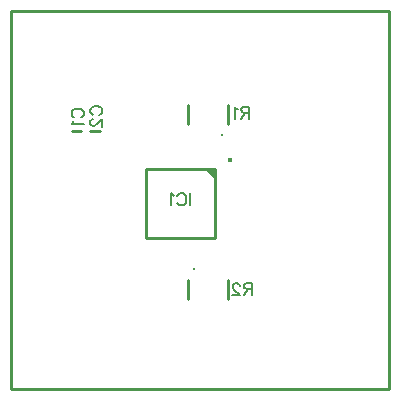
<source format=gbo>
G04 DipTrace 2.3.1.0*
%INminishift_BottomSilk.gbo*%
%MOIN*%
%ADD10C,0.0098*%
%ADD20O,0.0165X0.0164*%
%ADD25C,0.0118*%
%ADD50C,0.0062*%
%FSLAX44Y44*%
G04*
G70*
G90*
G75*
G01*
%LNBotSilk*%
%LPD*%
X6269Y12529D2*
D10*
X5954D1*
X6894D2*
X6579D1*
X10724Y11256D2*
X8441D1*
Y8972D1*
X10724D1*
Y11256D1*
D20*
X11241Y11567D3*
G36*
X10724Y11256D2*
Y10941D1*
X10409Y11256D1*
X10724D1*
G37*
X16535Y3937D2*
D10*
X3937D1*
Y16535D1*
X16535D1*
Y3937D1*
X11183Y12776D2*
Y13406D1*
X9844Y12776D2*
Y13406D1*
D25*
X10986Y12406D3*
X9845Y7572D2*
D10*
Y6942D1*
X11183Y7572D2*
Y6942D1*
D25*
X10041Y7941D3*
X6049Y12991D2*
D50*
X6011Y13010D1*
X5973Y13048D1*
X5954Y13086D1*
Y13163D1*
X5973Y13201D1*
X6011Y13239D1*
X6049Y13259D1*
X6107Y13278D1*
X6203D1*
X6260Y13259D1*
X6298Y13239D1*
X6336Y13201D1*
X6356Y13163D1*
Y13086D1*
X6336Y13048D1*
X6298Y13010D1*
X6260Y12991D1*
X6031Y12867D2*
X6011Y12829D1*
X5954Y12771D1*
X6356D1*
X6674Y13077D2*
X6636Y13096D1*
X6598Y13134D1*
X6579Y13172D1*
Y13249D1*
X6598Y13287D1*
X6636Y13325D1*
X6674Y13345D1*
X6732Y13364D1*
X6828D1*
X6885Y13345D1*
X6923Y13325D1*
X6961Y13287D1*
X6981Y13249D1*
Y13172D1*
X6961Y13134D1*
X6923Y13096D1*
X6885Y13077D1*
X6675Y12934D2*
X6656D1*
X6617Y12915D1*
X6598Y12896D1*
X6579Y12857D1*
Y12781D1*
X6598Y12743D1*
X6617Y12724D1*
X6656Y12705D1*
X6694D1*
X6732Y12724D1*
X6789Y12762D1*
X6981Y12953D1*
Y12685D1*
X9898Y10458D2*
Y10056D1*
X9487Y10362D2*
X9506Y10400D1*
X9545Y10439D1*
X9583Y10458D1*
X9659D1*
X9698Y10439D1*
X9736Y10400D1*
X9755Y10362D1*
X9774Y10305D1*
Y10209D1*
X9755Y10152D1*
X9736Y10113D1*
X9698Y10075D1*
X9659Y10056D1*
X9583D1*
X9545Y10075D1*
X9506Y10113D1*
X9487Y10152D1*
X9364Y10381D2*
X9325Y10400D1*
X9268Y10457D1*
Y10056D1*
X11882Y13151D2*
X11710D1*
X11653Y13171D1*
X11634Y13190D1*
X11615Y13228D1*
Y13266D1*
X11634Y13304D1*
X11653Y13324D1*
X11710Y13343D1*
X11882D1*
Y12941D1*
X11749Y13151D2*
X11615Y12941D1*
X11491Y13266D2*
X11453Y13285D1*
X11395Y13342D1*
Y12941D1*
X11969Y7269D2*
X11797D1*
X11739Y7289D1*
X11720Y7308D1*
X11701Y7346D1*
Y7384D1*
X11720Y7422D1*
X11739Y7442D1*
X11797Y7461D1*
X11969D1*
Y7059D1*
X11835Y7269D2*
X11701Y7059D1*
X11558Y7365D2*
Y7384D1*
X11539Y7422D1*
X11520Y7441D1*
X11481Y7460D1*
X11405D1*
X11367Y7441D1*
X11348Y7422D1*
X11328Y7384D1*
Y7346D1*
X11348Y7307D1*
X11386Y7250D1*
X11577Y7059D1*
X11309D1*
M02*

</source>
